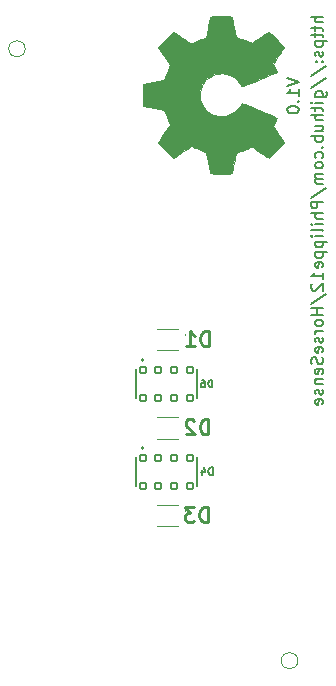
<source format=gbr>
%TF.GenerationSoftware,KiCad,Pcbnew,9.0.5*%
%TF.CreationDate,2025-11-01T11:22:36+01:00*%
%TF.ProjectId,horsesense,686f7273-6573-4656-9e73-652e6b696361,1.0*%
%TF.SameCoordinates,Original*%
%TF.FileFunction,Legend,Bot*%
%TF.FilePolarity,Positive*%
%FSLAX46Y46*%
G04 Gerber Fmt 4.6, Leading zero omitted, Abs format (unit mm)*
G04 Created by KiCad (PCBNEW 9.0.5) date 2025-11-01 11:22:36*
%MOMM*%
%LPD*%
G01*
G04 APERTURE LIST*
G04 Aperture macros list*
%AMRoundRect*
0 Rectangle with rounded corners*
0 $1 Rounding radius*
0 $2 $3 $4 $5 $6 $7 $8 $9 X,Y pos of 4 corners*
0 Add a 4 corners polygon primitive as box body*
4,1,4,$2,$3,$4,$5,$6,$7,$8,$9,$2,$3,0*
0 Add four circle primitives for the rounded corners*
1,1,$1+$1,$2,$3*
1,1,$1+$1,$4,$5*
1,1,$1+$1,$6,$7*
1,1,$1+$1,$8,$9*
0 Add four rect primitives between the rounded corners*
20,1,$1+$1,$2,$3,$4,$5,0*
20,1,$1+$1,$4,$5,$6,$7,0*
20,1,$1+$1,$6,$7,$8,$9,0*
20,1,$1+$1,$8,$9,$2,$3,0*%
G04 Aperture macros list end*
%ADD10C,0.150000*%
%ADD11C,0.254000*%
%ADD12C,0.127000*%
%ADD13C,0.200000*%
%ADD14C,0.120000*%
%ADD15C,0.010000*%
%ADD16C,0.100000*%
%ADD17R,1.000000X1.000000*%
%ADD18C,1.000000*%
%ADD19C,0.650000*%
%ADD20O,2.100000X1.000000*%
%ADD21O,1.800000X1.000000*%
%ADD22RoundRect,0.102000X-0.270000X0.275000X-0.270000X-0.275000X0.270000X-0.275000X0.270000X0.275000X0*%
%ADD23R,0.350000X0.550000*%
%ADD24R,1.250000X1.450000*%
G04 APERTURE END LIST*
D10*
X18912381Y26411724D02*
X18912381Y27051724D01*
X18912381Y27051724D02*
X18760000Y27051724D01*
X18760000Y27051724D02*
X18668571Y27021248D01*
X18668571Y27021248D02*
X18607619Y26960296D01*
X18607619Y26960296D02*
X18577142Y26899343D01*
X18577142Y26899343D02*
X18546666Y26777439D01*
X18546666Y26777439D02*
X18546666Y26686010D01*
X18546666Y26686010D02*
X18577142Y26564105D01*
X18577142Y26564105D02*
X18607619Y26503153D01*
X18607619Y26503153D02*
X18668571Y26442200D01*
X18668571Y26442200D02*
X18760000Y26411724D01*
X18760000Y26411724D02*
X18912381Y26411724D01*
X17998095Y27051724D02*
X18120000Y27051724D01*
X18120000Y27051724D02*
X18180952Y27021248D01*
X18180952Y27021248D02*
X18211428Y26990772D01*
X18211428Y26990772D02*
X18272381Y26899343D01*
X18272381Y26899343D02*
X18302857Y26777439D01*
X18302857Y26777439D02*
X18302857Y26533629D01*
X18302857Y26533629D02*
X18272381Y26472677D01*
X18272381Y26472677D02*
X18241904Y26442200D01*
X18241904Y26442200D02*
X18180952Y26411724D01*
X18180952Y26411724D02*
X18059047Y26411724D01*
X18059047Y26411724D02*
X17998095Y26442200D01*
X17998095Y26442200D02*
X17967619Y26472677D01*
X17967619Y26472677D02*
X17937142Y26533629D01*
X17937142Y26533629D02*
X17937142Y26686010D01*
X17937142Y26686010D02*
X17967619Y26746962D01*
X17967619Y26746962D02*
X17998095Y26777439D01*
X17998095Y26777439D02*
X18059047Y26807915D01*
X18059047Y26807915D02*
X18180952Y26807915D01*
X18180952Y26807915D02*
X18241904Y26777439D01*
X18241904Y26777439D02*
X18272381Y26746962D01*
X18272381Y26746962D02*
X18302857Y26686010D01*
X28264819Y57750953D02*
X27264819Y57750953D01*
X28264819Y57322382D02*
X27741009Y57322382D01*
X27741009Y57322382D02*
X27645771Y57370001D01*
X27645771Y57370001D02*
X27598152Y57465239D01*
X27598152Y57465239D02*
X27598152Y57608096D01*
X27598152Y57608096D02*
X27645771Y57703334D01*
X27645771Y57703334D02*
X27693390Y57750953D01*
X27598152Y56989048D02*
X27598152Y56608096D01*
X27264819Y56846191D02*
X28121961Y56846191D01*
X28121961Y56846191D02*
X28217200Y56798572D01*
X28217200Y56798572D02*
X28264819Y56703334D01*
X28264819Y56703334D02*
X28264819Y56608096D01*
X27598152Y56417619D02*
X27598152Y56036667D01*
X27264819Y56274762D02*
X28121961Y56274762D01*
X28121961Y56274762D02*
X28217200Y56227143D01*
X28217200Y56227143D02*
X28264819Y56131905D01*
X28264819Y56131905D02*
X28264819Y56036667D01*
X27598152Y55703333D02*
X28598152Y55703333D01*
X27645771Y55703333D02*
X27598152Y55608095D01*
X27598152Y55608095D02*
X27598152Y55417619D01*
X27598152Y55417619D02*
X27645771Y55322381D01*
X27645771Y55322381D02*
X27693390Y55274762D01*
X27693390Y55274762D02*
X27788628Y55227143D01*
X27788628Y55227143D02*
X28074342Y55227143D01*
X28074342Y55227143D02*
X28169580Y55274762D01*
X28169580Y55274762D02*
X28217200Y55322381D01*
X28217200Y55322381D02*
X28264819Y55417619D01*
X28264819Y55417619D02*
X28264819Y55608095D01*
X28264819Y55608095D02*
X28217200Y55703333D01*
X28217200Y54846190D02*
X28264819Y54750952D01*
X28264819Y54750952D02*
X28264819Y54560476D01*
X28264819Y54560476D02*
X28217200Y54465238D01*
X28217200Y54465238D02*
X28121961Y54417619D01*
X28121961Y54417619D02*
X28074342Y54417619D01*
X28074342Y54417619D02*
X27979104Y54465238D01*
X27979104Y54465238D02*
X27931485Y54560476D01*
X27931485Y54560476D02*
X27931485Y54703333D01*
X27931485Y54703333D02*
X27883866Y54798571D01*
X27883866Y54798571D02*
X27788628Y54846190D01*
X27788628Y54846190D02*
X27741009Y54846190D01*
X27741009Y54846190D02*
X27645771Y54798571D01*
X27645771Y54798571D02*
X27598152Y54703333D01*
X27598152Y54703333D02*
X27598152Y54560476D01*
X27598152Y54560476D02*
X27645771Y54465238D01*
X28169580Y53989047D02*
X28217200Y53941428D01*
X28217200Y53941428D02*
X28264819Y53989047D01*
X28264819Y53989047D02*
X28217200Y54036666D01*
X28217200Y54036666D02*
X28169580Y53989047D01*
X28169580Y53989047D02*
X28264819Y53989047D01*
X27645771Y53989047D02*
X27693390Y53941428D01*
X27693390Y53941428D02*
X27741009Y53989047D01*
X27741009Y53989047D02*
X27693390Y54036666D01*
X27693390Y54036666D02*
X27645771Y53989047D01*
X27645771Y53989047D02*
X27741009Y53989047D01*
X27217200Y52798572D02*
X28502914Y53655714D01*
X27217200Y51750953D02*
X28502914Y52608095D01*
X27598152Y50989048D02*
X28407676Y50989048D01*
X28407676Y50989048D02*
X28502914Y51036667D01*
X28502914Y51036667D02*
X28550533Y51084286D01*
X28550533Y51084286D02*
X28598152Y51179524D01*
X28598152Y51179524D02*
X28598152Y51322381D01*
X28598152Y51322381D02*
X28550533Y51417619D01*
X28217200Y50989048D02*
X28264819Y51084286D01*
X28264819Y51084286D02*
X28264819Y51274762D01*
X28264819Y51274762D02*
X28217200Y51370000D01*
X28217200Y51370000D02*
X28169580Y51417619D01*
X28169580Y51417619D02*
X28074342Y51465238D01*
X28074342Y51465238D02*
X27788628Y51465238D01*
X27788628Y51465238D02*
X27693390Y51417619D01*
X27693390Y51417619D02*
X27645771Y51370000D01*
X27645771Y51370000D02*
X27598152Y51274762D01*
X27598152Y51274762D02*
X27598152Y51084286D01*
X27598152Y51084286D02*
X27645771Y50989048D01*
X28264819Y50512857D02*
X27598152Y50512857D01*
X27264819Y50512857D02*
X27312438Y50560476D01*
X27312438Y50560476D02*
X27360057Y50512857D01*
X27360057Y50512857D02*
X27312438Y50465238D01*
X27312438Y50465238D02*
X27264819Y50512857D01*
X27264819Y50512857D02*
X27360057Y50512857D01*
X27598152Y50179524D02*
X27598152Y49798572D01*
X27264819Y50036667D02*
X28121961Y50036667D01*
X28121961Y50036667D02*
X28217200Y49989048D01*
X28217200Y49989048D02*
X28264819Y49893810D01*
X28264819Y49893810D02*
X28264819Y49798572D01*
X28264819Y49465238D02*
X27264819Y49465238D01*
X28264819Y49036667D02*
X27741009Y49036667D01*
X27741009Y49036667D02*
X27645771Y49084286D01*
X27645771Y49084286D02*
X27598152Y49179524D01*
X27598152Y49179524D02*
X27598152Y49322381D01*
X27598152Y49322381D02*
X27645771Y49417619D01*
X27645771Y49417619D02*
X27693390Y49465238D01*
X27598152Y48131905D02*
X28264819Y48131905D01*
X27598152Y48560476D02*
X28121961Y48560476D01*
X28121961Y48560476D02*
X28217200Y48512857D01*
X28217200Y48512857D02*
X28264819Y48417619D01*
X28264819Y48417619D02*
X28264819Y48274762D01*
X28264819Y48274762D02*
X28217200Y48179524D01*
X28217200Y48179524D02*
X28169580Y48131905D01*
X28264819Y47655714D02*
X27264819Y47655714D01*
X27645771Y47655714D02*
X27598152Y47560476D01*
X27598152Y47560476D02*
X27598152Y47370000D01*
X27598152Y47370000D02*
X27645771Y47274762D01*
X27645771Y47274762D02*
X27693390Y47227143D01*
X27693390Y47227143D02*
X27788628Y47179524D01*
X27788628Y47179524D02*
X28074342Y47179524D01*
X28074342Y47179524D02*
X28169580Y47227143D01*
X28169580Y47227143D02*
X28217200Y47274762D01*
X28217200Y47274762D02*
X28264819Y47370000D01*
X28264819Y47370000D02*
X28264819Y47560476D01*
X28264819Y47560476D02*
X28217200Y47655714D01*
X28169580Y46750952D02*
X28217200Y46703333D01*
X28217200Y46703333D02*
X28264819Y46750952D01*
X28264819Y46750952D02*
X28217200Y46798571D01*
X28217200Y46798571D02*
X28169580Y46750952D01*
X28169580Y46750952D02*
X28264819Y46750952D01*
X28217200Y45846191D02*
X28264819Y45941429D01*
X28264819Y45941429D02*
X28264819Y46131905D01*
X28264819Y46131905D02*
X28217200Y46227143D01*
X28217200Y46227143D02*
X28169580Y46274762D01*
X28169580Y46274762D02*
X28074342Y46322381D01*
X28074342Y46322381D02*
X27788628Y46322381D01*
X27788628Y46322381D02*
X27693390Y46274762D01*
X27693390Y46274762D02*
X27645771Y46227143D01*
X27645771Y46227143D02*
X27598152Y46131905D01*
X27598152Y46131905D02*
X27598152Y45941429D01*
X27598152Y45941429D02*
X27645771Y45846191D01*
X28264819Y45274762D02*
X28217200Y45370000D01*
X28217200Y45370000D02*
X28169580Y45417619D01*
X28169580Y45417619D02*
X28074342Y45465238D01*
X28074342Y45465238D02*
X27788628Y45465238D01*
X27788628Y45465238D02*
X27693390Y45417619D01*
X27693390Y45417619D02*
X27645771Y45370000D01*
X27645771Y45370000D02*
X27598152Y45274762D01*
X27598152Y45274762D02*
X27598152Y45131905D01*
X27598152Y45131905D02*
X27645771Y45036667D01*
X27645771Y45036667D02*
X27693390Y44989048D01*
X27693390Y44989048D02*
X27788628Y44941429D01*
X27788628Y44941429D02*
X28074342Y44941429D01*
X28074342Y44941429D02*
X28169580Y44989048D01*
X28169580Y44989048D02*
X28217200Y45036667D01*
X28217200Y45036667D02*
X28264819Y45131905D01*
X28264819Y45131905D02*
X28264819Y45274762D01*
X28264819Y44512857D02*
X27598152Y44512857D01*
X27693390Y44512857D02*
X27645771Y44465238D01*
X27645771Y44465238D02*
X27598152Y44370000D01*
X27598152Y44370000D02*
X27598152Y44227143D01*
X27598152Y44227143D02*
X27645771Y44131905D01*
X27645771Y44131905D02*
X27741009Y44084286D01*
X27741009Y44084286D02*
X28264819Y44084286D01*
X27741009Y44084286D02*
X27645771Y44036667D01*
X27645771Y44036667D02*
X27598152Y43941429D01*
X27598152Y43941429D02*
X27598152Y43798572D01*
X27598152Y43798572D02*
X27645771Y43703333D01*
X27645771Y43703333D02*
X27741009Y43655714D01*
X27741009Y43655714D02*
X28264819Y43655714D01*
X27217200Y42465239D02*
X28502914Y43322381D01*
X28264819Y42131905D02*
X27264819Y42131905D01*
X27264819Y42131905D02*
X27264819Y41750953D01*
X27264819Y41750953D02*
X27312438Y41655715D01*
X27312438Y41655715D02*
X27360057Y41608096D01*
X27360057Y41608096D02*
X27455295Y41560477D01*
X27455295Y41560477D02*
X27598152Y41560477D01*
X27598152Y41560477D02*
X27693390Y41608096D01*
X27693390Y41608096D02*
X27741009Y41655715D01*
X27741009Y41655715D02*
X27788628Y41750953D01*
X27788628Y41750953D02*
X27788628Y42131905D01*
X28264819Y41131905D02*
X27264819Y41131905D01*
X28264819Y40703334D02*
X27741009Y40703334D01*
X27741009Y40703334D02*
X27645771Y40750953D01*
X27645771Y40750953D02*
X27598152Y40846191D01*
X27598152Y40846191D02*
X27598152Y40989048D01*
X27598152Y40989048D02*
X27645771Y41084286D01*
X27645771Y41084286D02*
X27693390Y41131905D01*
X28264819Y40227143D02*
X27598152Y40227143D01*
X27264819Y40227143D02*
X27312438Y40274762D01*
X27312438Y40274762D02*
X27360057Y40227143D01*
X27360057Y40227143D02*
X27312438Y40179524D01*
X27312438Y40179524D02*
X27264819Y40227143D01*
X27264819Y40227143D02*
X27360057Y40227143D01*
X28264819Y39608096D02*
X28217200Y39703334D01*
X28217200Y39703334D02*
X28121961Y39750953D01*
X28121961Y39750953D02*
X27264819Y39750953D01*
X28264819Y39227143D02*
X27598152Y39227143D01*
X27264819Y39227143D02*
X27312438Y39274762D01*
X27312438Y39274762D02*
X27360057Y39227143D01*
X27360057Y39227143D02*
X27312438Y39179524D01*
X27312438Y39179524D02*
X27264819Y39227143D01*
X27264819Y39227143D02*
X27360057Y39227143D01*
X27598152Y38750953D02*
X28598152Y38750953D01*
X27645771Y38750953D02*
X27598152Y38655715D01*
X27598152Y38655715D02*
X27598152Y38465239D01*
X27598152Y38465239D02*
X27645771Y38370001D01*
X27645771Y38370001D02*
X27693390Y38322382D01*
X27693390Y38322382D02*
X27788628Y38274763D01*
X27788628Y38274763D02*
X28074342Y38274763D01*
X28074342Y38274763D02*
X28169580Y38322382D01*
X28169580Y38322382D02*
X28217200Y38370001D01*
X28217200Y38370001D02*
X28264819Y38465239D01*
X28264819Y38465239D02*
X28264819Y38655715D01*
X28264819Y38655715D02*
X28217200Y38750953D01*
X27598152Y37846191D02*
X28598152Y37846191D01*
X27645771Y37846191D02*
X27598152Y37750953D01*
X27598152Y37750953D02*
X27598152Y37560477D01*
X27598152Y37560477D02*
X27645771Y37465239D01*
X27645771Y37465239D02*
X27693390Y37417620D01*
X27693390Y37417620D02*
X27788628Y37370001D01*
X27788628Y37370001D02*
X28074342Y37370001D01*
X28074342Y37370001D02*
X28169580Y37417620D01*
X28169580Y37417620D02*
X28217200Y37465239D01*
X28217200Y37465239D02*
X28264819Y37560477D01*
X28264819Y37560477D02*
X28264819Y37750953D01*
X28264819Y37750953D02*
X28217200Y37846191D01*
X28217200Y36560477D02*
X28264819Y36655715D01*
X28264819Y36655715D02*
X28264819Y36846191D01*
X28264819Y36846191D02*
X28217200Y36941429D01*
X28217200Y36941429D02*
X28121961Y36989048D01*
X28121961Y36989048D02*
X27741009Y36989048D01*
X27741009Y36989048D02*
X27645771Y36941429D01*
X27645771Y36941429D02*
X27598152Y36846191D01*
X27598152Y36846191D02*
X27598152Y36655715D01*
X27598152Y36655715D02*
X27645771Y36560477D01*
X27645771Y36560477D02*
X27741009Y36512858D01*
X27741009Y36512858D02*
X27836247Y36512858D01*
X27836247Y36512858D02*
X27931485Y36989048D01*
X28264819Y35560477D02*
X28264819Y36131905D01*
X28264819Y35846191D02*
X27264819Y35846191D01*
X27264819Y35846191D02*
X27407676Y35941429D01*
X27407676Y35941429D02*
X27502914Y36036667D01*
X27502914Y36036667D02*
X27550533Y36131905D01*
X27360057Y35179524D02*
X27312438Y35131905D01*
X27312438Y35131905D02*
X27264819Y35036667D01*
X27264819Y35036667D02*
X27264819Y34798572D01*
X27264819Y34798572D02*
X27312438Y34703334D01*
X27312438Y34703334D02*
X27360057Y34655715D01*
X27360057Y34655715D02*
X27455295Y34608096D01*
X27455295Y34608096D02*
X27550533Y34608096D01*
X27550533Y34608096D02*
X27693390Y34655715D01*
X27693390Y34655715D02*
X28264819Y35227143D01*
X28264819Y35227143D02*
X28264819Y34608096D01*
X27217200Y33465239D02*
X28502914Y34322381D01*
X28264819Y33131905D02*
X27264819Y33131905D01*
X27741009Y33131905D02*
X27741009Y32560477D01*
X28264819Y32560477D02*
X27264819Y32560477D01*
X28264819Y31941429D02*
X28217200Y32036667D01*
X28217200Y32036667D02*
X28169580Y32084286D01*
X28169580Y32084286D02*
X28074342Y32131905D01*
X28074342Y32131905D02*
X27788628Y32131905D01*
X27788628Y32131905D02*
X27693390Y32084286D01*
X27693390Y32084286D02*
X27645771Y32036667D01*
X27645771Y32036667D02*
X27598152Y31941429D01*
X27598152Y31941429D02*
X27598152Y31798572D01*
X27598152Y31798572D02*
X27645771Y31703334D01*
X27645771Y31703334D02*
X27693390Y31655715D01*
X27693390Y31655715D02*
X27788628Y31608096D01*
X27788628Y31608096D02*
X28074342Y31608096D01*
X28074342Y31608096D02*
X28169580Y31655715D01*
X28169580Y31655715D02*
X28217200Y31703334D01*
X28217200Y31703334D02*
X28264819Y31798572D01*
X28264819Y31798572D02*
X28264819Y31941429D01*
X28264819Y31179524D02*
X27598152Y31179524D01*
X27788628Y31179524D02*
X27693390Y31131905D01*
X27693390Y31131905D02*
X27645771Y31084286D01*
X27645771Y31084286D02*
X27598152Y30989048D01*
X27598152Y30989048D02*
X27598152Y30893810D01*
X28217200Y30608095D02*
X28264819Y30512857D01*
X28264819Y30512857D02*
X28264819Y30322381D01*
X28264819Y30322381D02*
X28217200Y30227143D01*
X28217200Y30227143D02*
X28121961Y30179524D01*
X28121961Y30179524D02*
X28074342Y30179524D01*
X28074342Y30179524D02*
X27979104Y30227143D01*
X27979104Y30227143D02*
X27931485Y30322381D01*
X27931485Y30322381D02*
X27931485Y30465238D01*
X27931485Y30465238D02*
X27883866Y30560476D01*
X27883866Y30560476D02*
X27788628Y30608095D01*
X27788628Y30608095D02*
X27741009Y30608095D01*
X27741009Y30608095D02*
X27645771Y30560476D01*
X27645771Y30560476D02*
X27598152Y30465238D01*
X27598152Y30465238D02*
X27598152Y30322381D01*
X27598152Y30322381D02*
X27645771Y30227143D01*
X28217200Y29370000D02*
X28264819Y29465238D01*
X28264819Y29465238D02*
X28264819Y29655714D01*
X28264819Y29655714D02*
X28217200Y29750952D01*
X28217200Y29750952D02*
X28121961Y29798571D01*
X28121961Y29798571D02*
X27741009Y29798571D01*
X27741009Y29798571D02*
X27645771Y29750952D01*
X27645771Y29750952D02*
X27598152Y29655714D01*
X27598152Y29655714D02*
X27598152Y29465238D01*
X27598152Y29465238D02*
X27645771Y29370000D01*
X27645771Y29370000D02*
X27741009Y29322381D01*
X27741009Y29322381D02*
X27836247Y29322381D01*
X27836247Y29322381D02*
X27931485Y29798571D01*
X28217200Y28941428D02*
X28264819Y28798571D01*
X28264819Y28798571D02*
X28264819Y28560476D01*
X28264819Y28560476D02*
X28217200Y28465238D01*
X28217200Y28465238D02*
X28169580Y28417619D01*
X28169580Y28417619D02*
X28074342Y28370000D01*
X28074342Y28370000D02*
X27979104Y28370000D01*
X27979104Y28370000D02*
X27883866Y28417619D01*
X27883866Y28417619D02*
X27836247Y28465238D01*
X27836247Y28465238D02*
X27788628Y28560476D01*
X27788628Y28560476D02*
X27741009Y28750952D01*
X27741009Y28750952D02*
X27693390Y28846190D01*
X27693390Y28846190D02*
X27645771Y28893809D01*
X27645771Y28893809D02*
X27550533Y28941428D01*
X27550533Y28941428D02*
X27455295Y28941428D01*
X27455295Y28941428D02*
X27360057Y28893809D01*
X27360057Y28893809D02*
X27312438Y28846190D01*
X27312438Y28846190D02*
X27264819Y28750952D01*
X27264819Y28750952D02*
X27264819Y28512857D01*
X27264819Y28512857D02*
X27312438Y28370000D01*
X28217200Y27560476D02*
X28264819Y27655714D01*
X28264819Y27655714D02*
X28264819Y27846190D01*
X28264819Y27846190D02*
X28217200Y27941428D01*
X28217200Y27941428D02*
X28121961Y27989047D01*
X28121961Y27989047D02*
X27741009Y27989047D01*
X27741009Y27989047D02*
X27645771Y27941428D01*
X27645771Y27941428D02*
X27598152Y27846190D01*
X27598152Y27846190D02*
X27598152Y27655714D01*
X27598152Y27655714D02*
X27645771Y27560476D01*
X27645771Y27560476D02*
X27741009Y27512857D01*
X27741009Y27512857D02*
X27836247Y27512857D01*
X27836247Y27512857D02*
X27931485Y27989047D01*
X27598152Y27084285D02*
X28264819Y27084285D01*
X27693390Y27084285D02*
X27645771Y27036666D01*
X27645771Y27036666D02*
X27598152Y26941428D01*
X27598152Y26941428D02*
X27598152Y26798571D01*
X27598152Y26798571D02*
X27645771Y26703333D01*
X27645771Y26703333D02*
X27741009Y26655714D01*
X27741009Y26655714D02*
X28264819Y26655714D01*
X28217200Y26227142D02*
X28264819Y26131904D01*
X28264819Y26131904D02*
X28264819Y25941428D01*
X28264819Y25941428D02*
X28217200Y25846190D01*
X28217200Y25846190D02*
X28121961Y25798571D01*
X28121961Y25798571D02*
X28074342Y25798571D01*
X28074342Y25798571D02*
X27979104Y25846190D01*
X27979104Y25846190D02*
X27931485Y25941428D01*
X27931485Y25941428D02*
X27931485Y26084285D01*
X27931485Y26084285D02*
X27883866Y26179523D01*
X27883866Y26179523D02*
X27788628Y26227142D01*
X27788628Y26227142D02*
X27741009Y26227142D01*
X27741009Y26227142D02*
X27645771Y26179523D01*
X27645771Y26179523D02*
X27598152Y26084285D01*
X27598152Y26084285D02*
X27598152Y25941428D01*
X27598152Y25941428D02*
X27645771Y25846190D01*
X28217200Y24989047D02*
X28264819Y25084285D01*
X28264819Y25084285D02*
X28264819Y25274761D01*
X28264819Y25274761D02*
X28217200Y25369999D01*
X28217200Y25369999D02*
X28121961Y25417618D01*
X28121961Y25417618D02*
X27741009Y25417618D01*
X27741009Y25417618D02*
X27645771Y25369999D01*
X27645771Y25369999D02*
X27598152Y25274761D01*
X27598152Y25274761D02*
X27598152Y25084285D01*
X27598152Y25084285D02*
X27645771Y24989047D01*
X27645771Y24989047D02*
X27741009Y24941428D01*
X27741009Y24941428D02*
X27836247Y24941428D01*
X27836247Y24941428D02*
X27931485Y25417618D01*
X25224819Y52583809D02*
X26224819Y52250476D01*
X26224819Y52250476D02*
X25224819Y51917143D01*
X26224819Y51060000D02*
X26224819Y51631428D01*
X26224819Y51345714D02*
X25224819Y51345714D01*
X25224819Y51345714D02*
X25367676Y51440952D01*
X25367676Y51440952D02*
X25462914Y51536190D01*
X25462914Y51536190D02*
X25510533Y51631428D01*
X26129580Y50631428D02*
X26177200Y50583809D01*
X26177200Y50583809D02*
X26224819Y50631428D01*
X26224819Y50631428D02*
X26177200Y50679047D01*
X26177200Y50679047D02*
X26129580Y50631428D01*
X26129580Y50631428D02*
X26224819Y50631428D01*
X25224819Y49964762D02*
X25224819Y49869524D01*
X25224819Y49869524D02*
X25272438Y49774286D01*
X25272438Y49774286D02*
X25320057Y49726667D01*
X25320057Y49726667D02*
X25415295Y49679048D01*
X25415295Y49679048D02*
X25605771Y49631429D01*
X25605771Y49631429D02*
X25843866Y49631429D01*
X25843866Y49631429D02*
X26034342Y49679048D01*
X26034342Y49679048D02*
X26129580Y49726667D01*
X26129580Y49726667D02*
X26177200Y49774286D01*
X26177200Y49774286D02*
X26224819Y49869524D01*
X26224819Y49869524D02*
X26224819Y49964762D01*
X26224819Y49964762D02*
X26177200Y50060000D01*
X26177200Y50060000D02*
X26129580Y50107619D01*
X26129580Y50107619D02*
X26034342Y50155238D01*
X26034342Y50155238D02*
X25843866Y50202857D01*
X25843866Y50202857D02*
X25605771Y50202857D01*
X25605771Y50202857D02*
X25415295Y50155238D01*
X25415295Y50155238D02*
X25320057Y50107619D01*
X25320057Y50107619D02*
X25272438Y50060000D01*
X25272438Y50060000D02*
X25224819Y49964762D01*
D11*
X18567381Y22425682D02*
X18567381Y23695682D01*
X18567381Y23695682D02*
X18265000Y23695682D01*
X18265000Y23695682D02*
X18083571Y23635206D01*
X18083571Y23635206D02*
X17962619Y23514254D01*
X17962619Y23514254D02*
X17902142Y23393301D01*
X17902142Y23393301D02*
X17841666Y23151397D01*
X17841666Y23151397D02*
X17841666Y22969968D01*
X17841666Y22969968D02*
X17902142Y22728063D01*
X17902142Y22728063D02*
X17962619Y22607111D01*
X17962619Y22607111D02*
X18083571Y22486158D01*
X18083571Y22486158D02*
X18265000Y22425682D01*
X18265000Y22425682D02*
X18567381Y22425682D01*
X17357857Y23574730D02*
X17297381Y23635206D01*
X17297381Y23635206D02*
X17176428Y23695682D01*
X17176428Y23695682D02*
X16874047Y23695682D01*
X16874047Y23695682D02*
X16753095Y23635206D01*
X16753095Y23635206D02*
X16692619Y23574730D01*
X16692619Y23574730D02*
X16632142Y23453778D01*
X16632142Y23453778D02*
X16632142Y23332825D01*
X16632142Y23332825D02*
X16692619Y23151397D01*
X16692619Y23151397D02*
X17418333Y22425682D01*
X17418333Y22425682D02*
X16632142Y22425682D01*
X18617381Y29885682D02*
X18617381Y31155682D01*
X18617381Y31155682D02*
X18315000Y31155682D01*
X18315000Y31155682D02*
X18133571Y31095206D01*
X18133571Y31095206D02*
X18012619Y30974254D01*
X18012619Y30974254D02*
X17952142Y30853301D01*
X17952142Y30853301D02*
X17891666Y30611397D01*
X17891666Y30611397D02*
X17891666Y30429968D01*
X17891666Y30429968D02*
X17952142Y30188063D01*
X17952142Y30188063D02*
X18012619Y30067111D01*
X18012619Y30067111D02*
X18133571Y29946158D01*
X18133571Y29946158D02*
X18315000Y29885682D01*
X18315000Y29885682D02*
X18617381Y29885682D01*
X16682142Y29885682D02*
X17407857Y29885682D01*
X17045000Y29885682D02*
X17045000Y31155682D01*
X17045000Y31155682D02*
X17165952Y30974254D01*
X17165952Y30974254D02*
X17286904Y30853301D01*
X17286904Y30853301D02*
X17407857Y30792825D01*
D10*
X18922381Y18991724D02*
X18922381Y19631724D01*
X18922381Y19631724D02*
X18770000Y19631724D01*
X18770000Y19631724D02*
X18678571Y19601248D01*
X18678571Y19601248D02*
X18617619Y19540296D01*
X18617619Y19540296D02*
X18587142Y19479343D01*
X18587142Y19479343D02*
X18556666Y19357439D01*
X18556666Y19357439D02*
X18556666Y19266010D01*
X18556666Y19266010D02*
X18587142Y19144105D01*
X18587142Y19144105D02*
X18617619Y19083153D01*
X18617619Y19083153D02*
X18678571Y19022200D01*
X18678571Y19022200D02*
X18770000Y18991724D01*
X18770000Y18991724D02*
X18922381Y18991724D01*
X18008095Y19418391D02*
X18008095Y18991724D01*
X18160476Y19662200D02*
X18312857Y19205058D01*
X18312857Y19205058D02*
X17916666Y19205058D01*
D11*
X18517381Y14995682D02*
X18517381Y16265682D01*
X18517381Y16265682D02*
X18215000Y16265682D01*
X18215000Y16265682D02*
X18033571Y16205206D01*
X18033571Y16205206D02*
X17912619Y16084254D01*
X17912619Y16084254D02*
X17852142Y15963301D01*
X17852142Y15963301D02*
X17791666Y15721397D01*
X17791666Y15721397D02*
X17791666Y15539968D01*
X17791666Y15539968D02*
X17852142Y15298063D01*
X17852142Y15298063D02*
X17912619Y15177111D01*
X17912619Y15177111D02*
X18033571Y15056158D01*
X18033571Y15056158D02*
X18215000Y14995682D01*
X18215000Y14995682D02*
X18517381Y14995682D01*
X17368333Y16265682D02*
X16582142Y16265682D01*
X16582142Y16265682D02*
X17005476Y15781873D01*
X17005476Y15781873D02*
X16824047Y15781873D01*
X16824047Y15781873D02*
X16703095Y15721397D01*
X16703095Y15721397D02*
X16642619Y15660920D01*
X16642619Y15660920D02*
X16582142Y15539968D01*
X16582142Y15539968D02*
X16582142Y15237587D01*
X16582142Y15237587D02*
X16642619Y15116635D01*
X16642619Y15116635D02*
X16703095Y15056158D01*
X16703095Y15056158D02*
X16824047Y14995682D01*
X16824047Y14995682D02*
X17186904Y14995682D01*
X17186904Y14995682D02*
X17307857Y15056158D01*
X17307857Y15056158D02*
X17368333Y15116635D01*
D12*
%TO.C,D6*%
X12410000Y27970000D02*
X12410000Y25470000D01*
X17590000Y27970000D02*
X17590000Y25470000D01*
D13*
X13100000Y28720000D02*
G75*
G02*
X12900000Y28720000I-100000J0D01*
G01*
X12900000Y28720000D02*
G75*
G02*
X13100000Y28720000I100000J0D01*
G01*
D14*
%TO.C,TP4*%
X3060000Y55080000D02*
G75*
G02*
X1660000Y55080000I-700000J0D01*
G01*
X1660000Y55080000D02*
G75*
G02*
X3060000Y55080000I700000J0D01*
G01*
D15*
%TO.C,SYM1*%
X19809640Y57841674D02*
X20027950Y57837640D01*
X20223563Y57830536D01*
X20383532Y57820370D01*
X20494910Y57807153D01*
X20544750Y57790892D01*
X20550372Y57781024D01*
X20574485Y57707432D01*
X20606389Y57579769D01*
X20642591Y57412794D01*
X20679597Y57221260D01*
X20691382Y57156635D01*
X20746195Y56858158D01*
X20790247Y56623582D01*
X20825364Y56444774D01*
X20853374Y56313604D01*
X20876101Y56221941D01*
X20895374Y56161652D01*
X20913019Y56124606D01*
X20930861Y56102673D01*
X20933856Y56100123D01*
X20996288Y56064255D01*
X21110527Y56011178D01*
X21263171Y55946037D01*
X21440818Y55873975D01*
X21630066Y55800137D01*
X21817514Y55729667D01*
X21989758Y55667709D01*
X22133398Y55619407D01*
X22235032Y55589905D01*
X22281257Y55584347D01*
X22287255Y55588064D01*
X22345258Y55626533D01*
X22452243Y55698879D01*
X22598353Y55798393D01*
X22773733Y55918368D01*
X22968529Y56052096D01*
X23022124Y56088797D01*
X23214367Y56217854D01*
X23386295Y56329387D01*
X23527713Y56417031D01*
X23628425Y56474420D01*
X23678234Y56495188D01*
X23691329Y56490713D01*
X23755856Y56444065D01*
X23861227Y56352032D01*
X24000351Y56221205D01*
X24166135Y56058172D01*
X24351488Y55869526D01*
X24455235Y55761699D01*
X24616818Y55591209D01*
X24755220Y55441985D01*
X24863154Y55322042D01*
X24933334Y55239391D01*
X24958473Y55202046D01*
X24949154Y55176388D01*
X24905071Y55097393D01*
X24832976Y54982673D01*
X24742001Y54847193D01*
X24675612Y54750867D01*
X24543773Y54558557D01*
X24403754Y54353340D01*
X24276519Y54165897D01*
X24028155Y53798705D01*
X24194813Y53490474D01*
X24233280Y53417895D01*
X24299077Y53285905D01*
X24344504Y53183834D01*
X24361441Y53129283D01*
X24339690Y53111431D01*
X24256871Y53067099D01*
X24120326Y53001621D01*
X23938721Y52918638D01*
X23720721Y52821794D01*
X23474993Y52714733D01*
X23210201Y52601097D01*
X22935012Y52484532D01*
X22658090Y52368679D01*
X22388101Y52257183D01*
X22133710Y52153686D01*
X21903584Y52061834D01*
X21706388Y51985267D01*
X21550786Y51927631D01*
X21445446Y51892569D01*
X21399031Y51883724D01*
X21397675Y51884323D01*
X21354768Y51925522D01*
X21287568Y52011698D01*
X21210008Y52125058D01*
X21186325Y52160840D01*
X20961643Y52433101D01*
X20694032Y52658429D01*
X20394630Y52831490D01*
X20074577Y52946949D01*
X19745012Y52999470D01*
X19417075Y52983719D01*
X19125399Y52919915D01*
X18830868Y52805354D01*
X18568108Y52638347D01*
X18318506Y52409160D01*
X18238768Y52319107D01*
X18042309Y52027986D01*
X17909998Y51713497D01*
X17840651Y51384754D01*
X17833083Y51050870D01*
X17886112Y50720959D01*
X17998551Y50404135D01*
X18169218Y50109509D01*
X18396927Y49846198D01*
X18680495Y49623312D01*
X18750719Y49580460D01*
X19071688Y49434808D01*
X19405922Y49357453D01*
X19744765Y49346370D01*
X20079561Y49399531D01*
X20401653Y49514913D01*
X20702386Y49690488D01*
X20973103Y49924232D01*
X21205147Y50214119D01*
X21211400Y50223533D01*
X21290438Y50335692D01*
X21357636Y50419755D01*
X21399031Y50458149D01*
X21431485Y50453305D01*
X21525980Y50423184D01*
X21672439Y50369775D01*
X21862195Y50296720D01*
X22086580Y50207661D01*
X22336927Y50106240D01*
X22604568Y49996099D01*
X22880836Y49880880D01*
X23157063Y49764225D01*
X23424581Y49649776D01*
X23674724Y49541176D01*
X23898824Y49442065D01*
X24088213Y49356087D01*
X24234224Y49286882D01*
X24328189Y49238094D01*
X24361441Y49213364D01*
X24356937Y49192798D01*
X24324571Y49112004D01*
X24267822Y48992596D01*
X24194813Y48852174D01*
X24028155Y48543942D01*
X24276519Y48176750D01*
X24350063Y48068267D01*
X24487476Y47866488D01*
X24625110Y47665322D01*
X24742001Y47495454D01*
X24805704Y47401705D01*
X24884849Y47279858D01*
X24939029Y47189513D01*
X24959118Y47145386D01*
X24950589Y47126428D01*
X24898350Y47057900D01*
X24806376Y46952257D01*
X24683713Y46818694D01*
X24539409Y46666407D01*
X24382509Y46504591D01*
X24222061Y46342442D01*
X24067110Y46189154D01*
X23926705Y46053924D01*
X23809891Y45945946D01*
X23725715Y45874416D01*
X23683225Y45848529D01*
X23675141Y45850022D01*
X23609338Y45880832D01*
X23495492Y45946651D01*
X23343886Y46041117D01*
X23164804Y46157871D01*
X22968529Y46290552D01*
X22914390Y46327763D01*
X22723882Y46458427D01*
X22555460Y46573520D01*
X22418978Y46666335D01*
X22324292Y46730164D01*
X22281257Y46758300D01*
X22279413Y46758992D01*
X22226764Y46750688D01*
X22120108Y46718979D01*
X21972848Y46669007D01*
X21798385Y46605917D01*
X21610121Y46534854D01*
X21421459Y46460961D01*
X21245800Y46389383D01*
X21096547Y46325263D01*
X20987100Y46273745D01*
X20930861Y46239974D01*
X20927370Y46236591D01*
X20909706Y46212411D01*
X20891892Y46171574D01*
X20872104Y46105948D01*
X20848513Y46007402D01*
X20819293Y45867805D01*
X20782618Y45679024D01*
X20736662Y45432929D01*
X20679597Y45121387D01*
X20667586Y45056771D01*
X20630459Y44871665D01*
X20595282Y44715957D01*
X20565548Y44604401D01*
X20544750Y44551755D01*
X20527398Y44542948D01*
X20444047Y44528263D01*
X20305868Y44516626D01*
X20125809Y44508047D01*
X19916815Y44502532D01*
X19691835Y44500093D01*
X19463814Y44500736D01*
X19245700Y44504472D01*
X19050438Y44511309D01*
X18890977Y44521256D01*
X18780261Y44534322D01*
X18731240Y44550515D01*
X18723997Y44567048D01*
X18701169Y44649295D01*
X18668881Y44788319D01*
X18629540Y44973026D01*
X18585553Y45192321D01*
X18539326Y45435109D01*
X18514629Y45567675D01*
X18471801Y45794888D01*
X18434298Y45990460D01*
X18404160Y46143931D01*
X18383425Y46244842D01*
X18374130Y46282733D01*
X18372214Y46284157D01*
X18323537Y46308288D01*
X18221560Y46354291D01*
X18079814Y46416415D01*
X17911828Y46488911D01*
X17731132Y46566030D01*
X17551258Y46642020D01*
X17385734Y46711133D01*
X17248092Y46767618D01*
X17151860Y46805726D01*
X17110570Y46819706D01*
X17096042Y46813539D01*
X17026909Y46772499D01*
X16910542Y46698055D01*
X16756073Y46596189D01*
X16572633Y46472882D01*
X16369352Y46334118D01*
X16258025Y46257987D01*
X16062845Y46126604D01*
X15891550Y46013959D01*
X15753481Y45926059D01*
X15657979Y45868913D01*
X15614388Y45848529D01*
X15590742Y45862693D01*
X15520089Y45921940D01*
X15413162Y46019137D01*
X15279022Y46145363D01*
X15126730Y46291695D01*
X14965347Y46449211D01*
X14803934Y46608988D01*
X14651550Y46762105D01*
X14517257Y46899639D01*
X14410115Y47012668D01*
X14339186Y47092269D01*
X14313529Y47129520D01*
X14323505Y47150198D01*
X14369770Y47226126D01*
X14448507Y47348657D01*
X14553945Y47508957D01*
X14680316Y47698198D01*
X14821849Y47907547D01*
X15330168Y48655084D01*
X15073298Y49278204D01*
X14816427Y49901324D01*
X13920640Y50070197D01*
X13024853Y50239071D01*
X13024853Y52103576D01*
X14816427Y52441324D01*
X15073298Y53064444D01*
X15330168Y53687564D01*
X14821849Y54435100D01*
X14721638Y54583054D01*
X14590100Y54779195D01*
X14477753Y54949011D01*
X14390363Y55083683D01*
X14333699Y55174390D01*
X14313529Y55212315D01*
X14327873Y55235607D01*
X14387977Y55305230D01*
X14486613Y55410594D01*
X14614724Y55542771D01*
X14763254Y55692833D01*
X14923146Y55851852D01*
X15085342Y56010901D01*
X15240785Y56161052D01*
X15380419Y56293377D01*
X15495186Y56398948D01*
X15576030Y56468837D01*
X15613893Y56494118D01*
X15630160Y56488237D01*
X15702724Y56447517D01*
X15822146Y56373158D01*
X15979063Y56271188D01*
X16164116Y56147636D01*
X16367941Y56008529D01*
X16479105Y55932189D01*
X16672635Y55800867D01*
X16841533Y55688279D01*
X16976639Y55600427D01*
X17068796Y55543313D01*
X17108842Y55522941D01*
X17111061Y55523276D01*
X17161826Y55541246D01*
X17265488Y55582473D01*
X17408507Y55641210D01*
X17577340Y55711710D01*
X17758447Y55788227D01*
X17938286Y55865013D01*
X18103315Y55936321D01*
X18239993Y55996406D01*
X18334779Y56039519D01*
X18374130Y56059915D01*
X18377621Y56071982D01*
X18393365Y56145302D01*
X18419446Y56275978D01*
X18453825Y56453549D01*
X18494465Y56667555D01*
X18539326Y56907538D01*
X18563111Y57034021D01*
X18608493Y57266174D01*
X18650403Y57469156D01*
X18686436Y57631873D01*
X18714184Y57743230D01*
X18731240Y57792132D01*
X18748148Y57800916D01*
X18830762Y57815487D01*
X18968358Y57826935D01*
X19147991Y57835269D01*
X19356714Y57840498D01*
X19581579Y57842630D01*
X19809640Y57841674D01*
G36*
X19809640Y57841674D02*
G01*
X20027950Y57837640D01*
X20223563Y57830536D01*
X20383532Y57820370D01*
X20494910Y57807153D01*
X20544750Y57790892D01*
X20550372Y57781024D01*
X20574485Y57707432D01*
X20606389Y57579769D01*
X20642591Y57412794D01*
X20679597Y57221260D01*
X20691382Y57156635D01*
X20746195Y56858158D01*
X20790247Y56623582D01*
X20825364Y56444774D01*
X20853374Y56313604D01*
X20876101Y56221941D01*
X20895374Y56161652D01*
X20913019Y56124606D01*
X20930861Y56102673D01*
X20933856Y56100123D01*
X20996288Y56064255D01*
X21110527Y56011178D01*
X21263171Y55946037D01*
X21440818Y55873975D01*
X21630066Y55800137D01*
X21817514Y55729667D01*
X21989758Y55667709D01*
X22133398Y55619407D01*
X22235032Y55589905D01*
X22281257Y55584347D01*
X22287255Y55588064D01*
X22345258Y55626533D01*
X22452243Y55698879D01*
X22598353Y55798393D01*
X22773733Y55918368D01*
X22968529Y56052096D01*
X23022124Y56088797D01*
X23214367Y56217854D01*
X23386295Y56329387D01*
X23527713Y56417031D01*
X23628425Y56474420D01*
X23678234Y56495188D01*
X23691329Y56490713D01*
X23755856Y56444065D01*
X23861227Y56352032D01*
X24000351Y56221205D01*
X24166135Y56058172D01*
X24351488Y55869526D01*
X24455235Y55761699D01*
X24616818Y55591209D01*
X24755220Y55441985D01*
X24863154Y55322042D01*
X24933334Y55239391D01*
X24958473Y55202046D01*
X24949154Y55176388D01*
X24905071Y55097393D01*
X24832976Y54982673D01*
X24742001Y54847193D01*
X24675612Y54750867D01*
X24543773Y54558557D01*
X24403754Y54353340D01*
X24276519Y54165897D01*
X24028155Y53798705D01*
X24194813Y53490474D01*
X24233280Y53417895D01*
X24299077Y53285905D01*
X24344504Y53183834D01*
X24361441Y53129283D01*
X24339690Y53111431D01*
X24256871Y53067099D01*
X24120326Y53001621D01*
X23938721Y52918638D01*
X23720721Y52821794D01*
X23474993Y52714733D01*
X23210201Y52601097D01*
X22935012Y52484532D01*
X22658090Y52368679D01*
X22388101Y52257183D01*
X22133710Y52153686D01*
X21903584Y52061834D01*
X21706388Y51985267D01*
X21550786Y51927631D01*
X21445446Y51892569D01*
X21399031Y51883724D01*
X21397675Y51884323D01*
X21354768Y51925522D01*
X21287568Y52011698D01*
X21210008Y52125058D01*
X21186325Y52160840D01*
X20961643Y52433101D01*
X20694032Y52658429D01*
X20394630Y52831490D01*
X20074577Y52946949D01*
X19745012Y52999470D01*
X19417075Y52983719D01*
X19125399Y52919915D01*
X18830868Y52805354D01*
X18568108Y52638347D01*
X18318506Y52409160D01*
X18238768Y52319107D01*
X18042309Y52027986D01*
X17909998Y51713497D01*
X17840651Y51384754D01*
X17833083Y51050870D01*
X17886112Y50720959D01*
X17998551Y50404135D01*
X18169218Y50109509D01*
X18396927Y49846198D01*
X18680495Y49623312D01*
X18750719Y49580460D01*
X19071688Y49434808D01*
X19405922Y49357453D01*
X19744765Y49346370D01*
X20079561Y49399531D01*
X20401653Y49514913D01*
X20702386Y49690488D01*
X20973103Y49924232D01*
X21205147Y50214119D01*
X21211400Y50223533D01*
X21290438Y50335692D01*
X21357636Y50419755D01*
X21399031Y50458149D01*
X21431485Y50453305D01*
X21525980Y50423184D01*
X21672439Y50369775D01*
X21862195Y50296720D01*
X22086580Y50207661D01*
X22336927Y50106240D01*
X22604568Y49996099D01*
X22880836Y49880880D01*
X23157063Y49764225D01*
X23424581Y49649776D01*
X23674724Y49541176D01*
X23898824Y49442065D01*
X24088213Y49356087D01*
X24234224Y49286882D01*
X24328189Y49238094D01*
X24361441Y49213364D01*
X24356937Y49192798D01*
X24324571Y49112004D01*
X24267822Y48992596D01*
X24194813Y48852174D01*
X24028155Y48543942D01*
X24276519Y48176750D01*
X24350063Y48068267D01*
X24487476Y47866488D01*
X24625110Y47665322D01*
X24742001Y47495454D01*
X24805704Y47401705D01*
X24884849Y47279858D01*
X24939029Y47189513D01*
X24959118Y47145386D01*
X24950589Y47126428D01*
X24898350Y47057900D01*
X24806376Y46952257D01*
X24683713Y46818694D01*
X24539409Y46666407D01*
X24382509Y46504591D01*
X24222061Y46342442D01*
X24067110Y46189154D01*
X23926705Y46053924D01*
X23809891Y45945946D01*
X23725715Y45874416D01*
X23683225Y45848529D01*
X23675141Y45850022D01*
X23609338Y45880832D01*
X23495492Y45946651D01*
X23343886Y46041117D01*
X23164804Y46157871D01*
X22968529Y46290552D01*
X22914390Y46327763D01*
X22723882Y46458427D01*
X22555460Y46573520D01*
X22418978Y46666335D01*
X22324292Y46730164D01*
X22281257Y46758300D01*
X22279413Y46758992D01*
X22226764Y46750688D01*
X22120108Y46718979D01*
X21972848Y46669007D01*
X21798385Y46605917D01*
X21610121Y46534854D01*
X21421459Y46460961D01*
X21245800Y46389383D01*
X21096547Y46325263D01*
X20987100Y46273745D01*
X20930861Y46239974D01*
X20927370Y46236591D01*
X20909706Y46212411D01*
X20891892Y46171574D01*
X20872104Y46105948D01*
X20848513Y46007402D01*
X20819293Y45867805D01*
X20782618Y45679024D01*
X20736662Y45432929D01*
X20679597Y45121387D01*
X20667586Y45056771D01*
X20630459Y44871665D01*
X20595282Y44715957D01*
X20565548Y44604401D01*
X20544750Y44551755D01*
X20527398Y44542948D01*
X20444047Y44528263D01*
X20305868Y44516626D01*
X20125809Y44508047D01*
X19916815Y44502532D01*
X19691835Y44500093D01*
X19463814Y44500736D01*
X19245700Y44504472D01*
X19050438Y44511309D01*
X18890977Y44521256D01*
X18780261Y44534322D01*
X18731240Y44550515D01*
X18723997Y44567048D01*
X18701169Y44649295D01*
X18668881Y44788319D01*
X18629540Y44973026D01*
X18585553Y45192321D01*
X18539326Y45435109D01*
X18514629Y45567675D01*
X18471801Y45794888D01*
X18434298Y45990460D01*
X18404160Y46143931D01*
X18383425Y46244842D01*
X18374130Y46282733D01*
X18372214Y46284157D01*
X18323537Y46308288D01*
X18221560Y46354291D01*
X18079814Y46416415D01*
X17911828Y46488911D01*
X17731132Y46566030D01*
X17551258Y46642020D01*
X17385734Y46711133D01*
X17248092Y46767618D01*
X17151860Y46805726D01*
X17110570Y46819706D01*
X17096042Y46813539D01*
X17026909Y46772499D01*
X16910542Y46698055D01*
X16756073Y46596189D01*
X16572633Y46472882D01*
X16369352Y46334118D01*
X16258025Y46257987D01*
X16062845Y46126604D01*
X15891550Y46013959D01*
X15753481Y45926059D01*
X15657979Y45868913D01*
X15614388Y45848529D01*
X15590742Y45862693D01*
X15520089Y45921940D01*
X15413162Y46019137D01*
X15279022Y46145363D01*
X15126730Y46291695D01*
X14965347Y46449211D01*
X14803934Y46608988D01*
X14651550Y46762105D01*
X14517257Y46899639D01*
X14410115Y47012668D01*
X14339186Y47092269D01*
X14313529Y47129520D01*
X14323505Y47150198D01*
X14369770Y47226126D01*
X14448507Y47348657D01*
X14553945Y47508957D01*
X14680316Y47698198D01*
X14821849Y47907547D01*
X15330168Y48655084D01*
X15073298Y49278204D01*
X14816427Y49901324D01*
X13920640Y50070197D01*
X13024853Y50239071D01*
X13024853Y52103576D01*
X14816427Y52441324D01*
X15073298Y53064444D01*
X15330168Y53687564D01*
X14821849Y54435100D01*
X14721638Y54583054D01*
X14590100Y54779195D01*
X14477753Y54949011D01*
X14390363Y55083683D01*
X14333699Y55174390D01*
X14313529Y55212315D01*
X14327873Y55235607D01*
X14387977Y55305230D01*
X14486613Y55410594D01*
X14614724Y55542771D01*
X14763254Y55692833D01*
X14923146Y55851852D01*
X15085342Y56010901D01*
X15240785Y56161052D01*
X15380419Y56293377D01*
X15495186Y56398948D01*
X15576030Y56468837D01*
X15613893Y56494118D01*
X15630160Y56488237D01*
X15702724Y56447517D01*
X15822146Y56373158D01*
X15979063Y56271188D01*
X16164116Y56147636D01*
X16367941Y56008529D01*
X16479105Y55932189D01*
X16672635Y55800867D01*
X16841533Y55688279D01*
X16976639Y55600427D01*
X17068796Y55543313D01*
X17108842Y55522941D01*
X17111061Y55523276D01*
X17161826Y55541246D01*
X17265488Y55582473D01*
X17408507Y55641210D01*
X17577340Y55711710D01*
X17758447Y55788227D01*
X17938286Y55865013D01*
X18103315Y55936321D01*
X18239993Y55996406D01*
X18334779Y56039519D01*
X18374130Y56059915D01*
X18377621Y56071982D01*
X18393365Y56145302D01*
X18419446Y56275978D01*
X18453825Y56453549D01*
X18494465Y56667555D01*
X18539326Y56907538D01*
X18563111Y57034021D01*
X18608493Y57266174D01*
X18650403Y57469156D01*
X18686436Y57631873D01*
X18714184Y57743230D01*
X18731240Y57792132D01*
X18748148Y57800916D01*
X18830762Y57815487D01*
X18968358Y57826935D01*
X19147991Y57835269D01*
X19356714Y57840498D01*
X19581579Y57842630D01*
X19809640Y57841674D01*
G37*
D16*
%TO.C,D2*%
X15988000Y23880000D02*
X14188000Y23880000D01*
X15988000Y22080000D02*
X14188000Y22080000D01*
X16600000Y23480000D02*
X16600000Y23480000D01*
X16600000Y23380000D02*
X16600000Y23380000D01*
X16600000Y23480000D02*
G75*
G02*
X16600000Y23380000I0J-50000D01*
G01*
X16600000Y23380000D02*
G75*
G02*
X16600000Y23480000I0J50000D01*
G01*
%TO.C,D1*%
X15988000Y31350000D02*
X14188000Y31350000D01*
X15988000Y29550000D02*
X14188000Y29550000D01*
X16600000Y30950000D02*
X16600000Y30950000D01*
X16600000Y30850000D02*
X16600000Y30850000D01*
X16600000Y30950000D02*
G75*
G02*
X16600000Y30850000I0J-50000D01*
G01*
X16600000Y30850000D02*
G75*
G02*
X16600000Y30950000I0J50000D01*
G01*
D12*
%TO.C,D4*%
X12410000Y20530000D02*
X12410000Y18030000D01*
X17590000Y20530000D02*
X17590000Y18030000D01*
D13*
X13100000Y21280000D02*
G75*
G02*
X12900000Y21280000I-100000J0D01*
G01*
X12900000Y21280000D02*
G75*
G02*
X13100000Y21280000I100000J0D01*
G01*
D14*
%TO.C,TP3*%
X26140000Y3270000D02*
G75*
G02*
X24740000Y3270000I-700000J0D01*
G01*
X24740000Y3270000D02*
G75*
G02*
X26140000Y3270000I700000J0D01*
G01*
D16*
%TO.C,D3*%
X15988000Y16480000D02*
X14188000Y16480000D01*
X15988000Y14680000D02*
X14188000Y14680000D01*
X16600000Y16080000D02*
X16600000Y16080000D01*
X16600000Y15980000D02*
X16600000Y15980000D01*
X16600000Y16080000D02*
G75*
G02*
X16600000Y15980000I0J-50000D01*
G01*
X16600000Y15980000D02*
G75*
G02*
X16600000Y16080000I0J50000D01*
G01*
%TD*%
%LPC*%
D17*
%TO.C,J4*%
X1940000Y30695000D03*
D18*
X1940000Y31965000D03*
X1940000Y33235000D03*
X1940000Y34505000D03*
%TD*%
D19*
%TO.C,J1*%
X6295000Y44020000D03*
X6295000Y38240000D03*
D20*
X6795000Y45450000D03*
D21*
X2615000Y45450000D03*
D20*
X6795000Y36810000D03*
D21*
X2615000Y36810000D03*
%TD*%
D22*
%TO.C,D6*%
X13000000Y27910000D03*
X14310000Y27910000D03*
X15690000Y27910000D03*
X17000000Y27910000D03*
X17000000Y25530000D03*
X15690000Y25530000D03*
X14310000Y25530000D03*
X13000000Y25530000D03*
%TD*%
D18*
%TO.C,TP4*%
X2360000Y55080000D03*
%TD*%
D23*
%TO.C,D2*%
X15750000Y23425000D03*
D24*
X14700000Y22980000D03*
D23*
X15750000Y22535000D03*
%TD*%
%TO.C,D1*%
X15750000Y30895000D03*
D24*
X14700000Y30450000D03*
D23*
X15750000Y30005000D03*
%TD*%
D22*
%TO.C,D4*%
X13000000Y20470000D03*
X14310000Y20470000D03*
X15690000Y20470000D03*
X17000000Y20470000D03*
X17000000Y18090000D03*
X15690000Y18090000D03*
X14310000Y18090000D03*
X13000000Y18090000D03*
%TD*%
D18*
%TO.C,TP3*%
X25440000Y3270000D03*
%TD*%
D23*
%TO.C,D3*%
X15750000Y16025000D03*
D24*
X14700000Y15580000D03*
D23*
X15750000Y15135000D03*
%TD*%
%LPD*%
M02*

</source>
